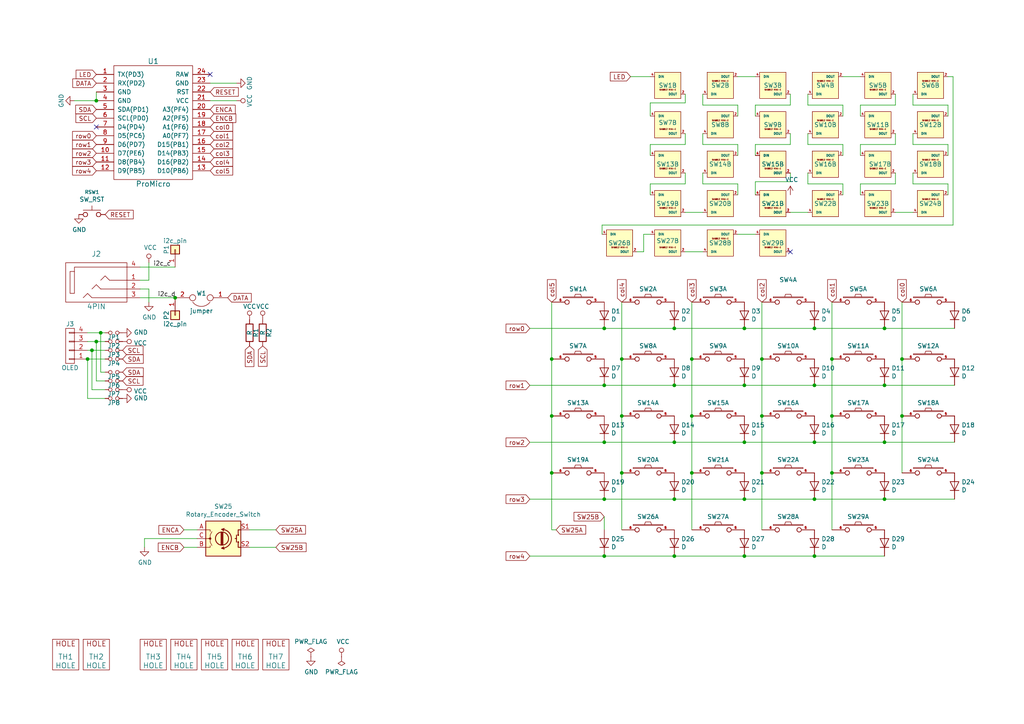
<source format=kicad_sch>
(kicad_sch (version 20211123) (generator eeschema)
  (paper "A4")
  (junction (at 175.26 128.27))
  (junction (at 215.9 111.76))
  (junction (at 160.02 137.16))
  (junction (at 175.26 111.76))
  (junction (at 215.9 161.29))
  (junction (at 26.67 101.6))
  (junction (at 220.98 120.65))
  (junction (at 220.98 104.14))
  (junction (at 180.34 104.14))
  (junction (at 29.21 96.52))
  (junction (at 195.58 95.25))
  (junction (at 180.34 137.16))
  (junction (at 236.22 128.27))
  (junction (at 195.58 144.78))
  (junction (at 241.3 137.16))
  (junction (at 236.22 161.29))
  (junction (at 27.94 29.21))
  (junction (at 25.4 104.14))
  (junction (at 200.66 137.16))
  (junction (at 215.9 128.27))
  (junction (at 236.22 111.76))
  (junction (at 200.66 120.65))
  (junction (at 215.9 95.25))
  (junction (at 256.54 128.27))
  (junction (at 241.3 104.14))
  (junction (at 175.26 95.25))
  (junction (at 160.02 120.65))
  (junction (at 241.3 120.65))
  (junction (at 236.22 95.25))
  (junction (at 180.34 120.65))
  (junction (at 236.22 144.78))
  (junction (at 200.66 104.14))
  (junction (at 261.62 120.65))
  (junction (at 256.54 111.76))
  (junction (at 195.58 128.27))
  (junction (at 27.94 99.06))
  (junction (at 175.26 144.78))
  (junction (at 195.58 161.29))
  (junction (at 256.54 144.78))
  (junction (at 160.02 104.14))
  (junction (at 50.8 86.36))
  (junction (at 175.26 161.29))
  (junction (at 256.54 95.25))
  (junction (at 220.98 137.16))
  (junction (at 261.62 104.14))
  (junction (at 215.9 144.78))
  (junction (at 195.58 111.76))
  (no_connect (at 229.235 73.0504))
  (no_connect (at 27.94 36.83))
  (no_connect (at 60.96 21.59))
  (wire (pts (xy 53.34 153.67) (xy 57.15 153.67)))
  (wire (pts (xy 249.555 53.34) (xy 249.555 56.515)))
  (wire (pts (xy 261.62 104.14) (xy 261.62 87.63)))
  (wire (pts (xy 274.955 22.225) (xy 276.4282 22.225)))
  (wire (pts (xy 60.96 24.13) (xy 68.58 24.13)))
  (wire (pts (xy 200.66 87.63) (xy 200.66 104.14)))
  (wire (pts (xy 186.69 73.025) (xy 186.69 67.945)))
  (wire (pts (xy 195.58 95.25) (xy 215.9 95.25)))
  (wire (pts (xy 188.595 29.845) (xy 188.595 33.655)))
  (wire (pts (xy 244.475 53.34) (xy 234.315 53.34)))
  (wire (pts (xy 29.21 107.95) (xy 30.48 107.95)))
  (wire (pts (xy 180.34 120.65) (xy 180.34 137.16)))
  (wire (pts (xy 244.475 30.48) (xy 234.315 30.48)))
  (wire (pts (xy 160.02 120.65) (xy 160.02 137.16)))
  (wire (pts (xy 188.595 41.91) (xy 188.595 45.085)))
  (wire (pts (xy 215.9 144.78) (xy 236.22 144.78)))
  (wire (pts (xy 72.39 153.67) (xy 80.01 153.67)))
  (wire (pts (xy 229.235 52.705) (xy 219.075 52.705)))
  (wire (pts (xy 234.315 53.34) (xy 234.315 50.165)))
  (wire (pts (xy 198.755 73.025) (xy 203.835 73.025)))
  (wire (pts (xy 276.4282 65.278) (xy 174.625 65.278)))
  (wire (pts (xy 180.34 87.63) (xy 180.34 104.14)))
  (wire (pts (xy 259.715 38.735) (xy 259.715 41.91)))
  (wire (pts (xy 43.18 83.82) (xy 43.18 87.63)))
  (wire (pts (xy 27.94 26.67) (xy 27.94 29.21)))
  (wire (pts (xy 215.9 128.27) (xy 236.22 128.27)))
  (wire (pts (xy 234.315 30.48) (xy 234.315 27.305)))
  (wire (pts (xy 220.98 104.14) (xy 220.98 120.65)))
  (wire (pts (xy 264.795 30.48) (xy 264.795 27.305)))
  (wire (pts (xy 259.715 53.34) (xy 249.555 53.34)))
  (wire (pts (xy 229.235 41.91) (xy 219.075 41.91)))
  (wire (pts (xy 274.955 56.515) (xy 274.955 53.34)))
  (wire (pts (xy 160.02 87.63) (xy 160.02 104.14)))
  (wire (pts (xy 236.22 111.76) (xy 256.54 111.76)))
  (wire (pts (xy 27.94 99.06) (xy 30.48 99.06)))
  (wire (pts (xy 259.715 41.91) (xy 249.555 41.91)))
  (wire (pts (xy 219.075 41.91) (xy 219.075 45.085)))
  (wire (pts (xy 195.58 95.25) (xy 175.26 95.25)))
  (wire (pts (xy 57.15 156.21) (xy 41.91 156.21)))
  (wire (pts (xy 241.3 137.16) (xy 241.3 153.67)))
  (wire (pts (xy 241.3 104.14) (xy 241.3 120.65)))
  (wire (pts (xy 203.835 30.48) (xy 203.835 27.305)))
  (wire (pts (xy 180.34 137.16) (xy 180.34 153.67)))
  (wire (pts (xy 26.67 113.03) (xy 30.48 113.03)))
  (wire (pts (xy 195.58 111.76) (xy 175.26 111.76)))
  (wire (pts (xy 236.22 144.78) (xy 256.54 144.78)))
  (wire (pts (xy 182.88 22.225) (xy 188.595 22.225)))
  (wire (pts (xy 26.67 101.6) (xy 30.48 101.6)))
  (wire (pts (xy 236.22 128.27) (xy 256.54 128.27)))
  (wire (pts (xy 40.64 83.82) (xy 43.18 83.82)))
  (wire (pts (xy 229.235 50.165) (xy 229.235 52.705)))
  (wire (pts (xy 195.58 128.27) (xy 175.26 128.27)))
  (wire (pts (xy 180.34 104.14) (xy 180.34 120.65)))
  (wire (pts (xy 198.755 53.34) (xy 188.595 53.34)))
  (wire (pts (xy 153.67 161.29) (xy 175.26 161.29)))
  (wire (pts (xy 25.4 96.52) (xy 29.21 96.52)))
  (wire (pts (xy 203.835 41.91) (xy 203.835 38.735)))
  (wire (pts (xy 259.715 30.48) (xy 249.555 30.48)))
  (wire (pts (xy 53.34 158.75) (xy 57.15 158.75)))
  (wire (pts (xy 234.315 41.91) (xy 234.315 38.735)))
  (wire (pts (xy 256.54 95.25) (xy 236.22 95.25)))
  (wire (pts (xy 264.795 53.34) (xy 264.795 50.165)))
  (wire (pts (xy 219.075 30.48) (xy 219.075 33.655)))
  (wire (pts (xy 274.955 33.655) (xy 274.955 30.48)))
  (wire (pts (xy 25.4 115.57) (xy 30.48 115.57)))
  (wire (pts (xy 25.4 99.06) (xy 27.94 99.06)))
  (wire (pts (xy 213.995 53.34) (xy 203.835 53.34)))
  (wire (pts (xy 29.21 96.52) (xy 30.48 96.52)))
  (wire (pts (xy 195.58 144.78) (xy 175.26 144.78)))
  (wire (pts (xy 175.26 144.78) (xy 153.67 144.78)))
  (wire (pts (xy 229.235 61.595) (xy 234.315 61.595)))
  (wire (pts (xy 43.18 76.2) (xy 43.18 81.28)))
  (wire (pts (xy 213.995 41.91) (xy 203.835 41.91)))
  (wire (pts (xy 175.26 111.76) (xy 153.67 111.76)))
  (wire (pts (xy 72.39 158.75) (xy 80.01 158.75)))
  (wire (pts (xy 195.58 111.76) (xy 215.9 111.76)))
  (wire (pts (xy 175.26 161.29) (xy 195.58 161.29)))
  (wire (pts (xy 276.4282 22.225) (xy 276.4282 65.278)))
  (wire (pts (xy 220.98 137.16) (xy 220.98 153.67)))
  (wire (pts (xy 213.995 56.515) (xy 213.995 53.34)))
  (wire (pts (xy 213.995 67.945) (xy 219.075 67.945)))
  (wire (pts (xy 244.475 56.515) (xy 244.475 53.34)))
  (wire (pts (xy 26.67 101.6) (xy 26.67 113.03)))
  (wire (pts (xy 236.22 161.29) (xy 256.54 161.29)))
  (wire (pts (xy 229.235 27.305) (xy 229.235 30.48)))
  (wire (pts (xy 186.69 67.945) (xy 188.595 67.945)))
  (wire (pts (xy 27.94 110.49) (xy 30.48 110.49)))
  (wire (pts (xy 160.02 153.67) (xy 161.29 153.67)))
  (wire (pts (xy 241.3 87.63) (xy 241.3 104.14)))
  (wire (pts (xy 175.26 128.27) (xy 153.67 128.27)))
  (wire (pts (xy 25.4 104.14) (xy 25.4 115.57)))
  (wire (pts (xy 256.54 111.76) (xy 276.86 111.76)))
  (wire (pts (xy 174.625 65.278) (xy 174.625 67.945)))
  (wire (pts (xy 274.955 30.48) (xy 264.795 30.48)))
  (wire (pts (xy 219.075 52.705) (xy 219.075 56.515)))
  (wire (pts (xy 198.755 29.845) (xy 188.595 29.845)))
  (wire (pts (xy 198.755 50.165) (xy 198.755 53.34)))
  (wire (pts (xy 259.715 50.165) (xy 259.715 53.34)))
  (wire (pts (xy 60.96 29.21) (xy 68.58 29.21)))
  (wire (pts (xy 40.64 86.36) (xy 50.8 86.36)))
  (wire (pts (xy 188.595 53.34) (xy 188.595 56.515)))
  (wire (pts (xy 249.555 30.48) (xy 249.555 33.655)))
  (wire (pts (xy 241.3 137.16) (xy 241.3 120.65)))
  (wire (pts (xy 198.755 27.305) (xy 198.755 29.845)))
  (wire (pts (xy 198.755 61.595) (xy 203.835 61.595)))
  (wire (pts (xy 213.995 33.655) (xy 213.995 30.48)))
  (wire (pts (xy 220.98 87.63) (xy 220.98 104.14)))
  (wire (pts (xy 264.795 41.91) (xy 264.795 38.735)))
  (wire (pts (xy 274.955 41.91) (xy 264.795 41.91)))
  (wire (pts (xy 215.9 95.25) (xy 236.22 95.25)))
  (wire (pts (xy 200.66 104.14) (xy 200.66 120.65)))
  (wire (pts (xy 249.555 41.91) (xy 249.555 45.085)))
  (wire (pts (xy 160.02 137.16) (xy 160.02 153.67)))
  (wire (pts (xy 229.235 38.735) (xy 229.235 41.91)))
  (wire (pts (xy 184.785 73.025) (xy 186.69 73.025)))
  (wire (pts (xy 215.9 161.29) (xy 236.22 161.29)))
  (wire (pts (xy 195.58 144.78) (xy 215.9 144.78)))
  (wire (pts (xy 259.715 61.595) (xy 264.795 61.595)))
  (wire (pts (xy 175.26 149.86) (xy 175.26 153.67)))
  (wire (pts (xy 203.835 53.34) (xy 203.835 50.165)))
  (wire (pts (xy 200.66 137.16) (xy 200.66 153.67)))
  (wire (pts (xy 229.235 30.48) (xy 219.075 30.48)))
  (wire (pts (xy 175.26 95.25) (xy 153.67 95.25)))
  (wire (pts (xy 215.9 111.76) (xy 236.22 111.76)))
  (wire (pts (xy 27.94 29.21) (xy 21.59 29.21)))
  (wire (pts (xy 256.54 95.25) (xy 276.86 95.25)))
  (wire (pts (xy 29.21 96.52) (xy 29.21 107.95)))
  (wire (pts (xy 25.4 101.6) (xy 26.67 101.6)))
  (wire (pts (xy 256.54 128.27) (xy 276.86 128.27)))
  (wire (pts (xy 220.98 120.65) (xy 220.98 137.16)))
  (wire (pts (xy 160.02 104.14) (xy 160.02 120.65)))
  (wire (pts (xy 244.475 22.225) (xy 249.555 22.225)))
  (wire (pts (xy 40.64 77.47) (xy 50.8 77.47)))
  (wire (pts (xy 213.995 22.225) (xy 219.075 22.225)))
  (wire (pts (xy 195.58 128.27) (xy 215.9 128.27)))
  (wire (pts (xy 198.755 38.735) (xy 198.755 41.91)))
  (wire (pts (xy 256.54 144.78) (xy 276.86 144.78)))
  (wire (pts (xy 198.755 41.91) (xy 188.595 41.91)))
  (wire (pts (xy 244.475 33.655) (xy 244.475 30.48)))
  (wire (pts (xy 259.715 27.305) (xy 259.715 30.48)))
  (wire (pts (xy 41.91 156.21) (xy 41.91 158.75)))
  (wire (pts (xy 261.62 120.65) (xy 261.62 104.14)))
  (wire (pts (xy 213.995 45.085) (xy 213.995 41.91)))
  (wire (pts (xy 274.955 45.085) (xy 274.955 41.91)))
  (wire (pts (xy 213.995 30.48) (xy 203.835 30.48)))
  (wire (pts (xy 244.475 45.085) (xy 244.475 41.91)))
  (wire (pts (xy 43.18 81.28) (xy 40.64 81.28)))
  (wire (pts (xy 200.66 120.65) (xy 200.66 137.16)))
  (wire (pts (xy 274.955 53.34) (xy 264.795 53.34)))
  (wire (pts (xy 261.62 120.65) (xy 261.62 137.16)))
  (wire (pts (xy 30.48 104.14) (xy 25.4 104.14)))
  (wire (pts (xy 195.58 161.29) (xy 215.9 161.29)))
  (wire (pts (xy 27.94 99.06) (xy 27.94 110.49)))
  (wire (pts (xy 244.475 41.91) (xy 234.315 41.91)))
  (label "i2c_d" (at 45.72 86.36 0))
  (label "i2c_c" (at 44.45 77.47 0))
  (global_label "col5" (shape input) (at 60.96 49.53 0) (property "Intersheet References" "${INTERSHEET_REFS}" (effects hide)))
  (global_label "col3" (shape input) (at 60.96 44.45 0) (property "Intersheet References" "${INTERSHEET_REFS}" (effects hide)))
  (global_label "row1" (shape input) (at 153.67 111.76 180) (property "Intersheet References" "${INTERSHEET_REFS}" (effects hide)))
  (global_label "row3" (shape input) (at 27.94 46.99 180) (property "Intersheet References" "${INTERSHEET_REFS}" (effects hide)))
  (global_label "DATA" (shape input) (at 27.94 24.13 180) (property "Intersheet References" "${INTERSHEET_REFS}" (effects hide)))
  (global_label "SW25A" (shape input) (at 80.01 153.67 0) (property "Intersheet References" "${INTERSHEET_REFS}" (effects hide)))
  (global_label "SDA" (shape input) (at 35.56 104.14 0) (property "Intersheet References" "${INTERSHEET_REFS}" (effects hide)))
  (global_label "RESET" (shape input) (at 30.48 62.23 0) (property "Intersheet References" "${INTERSHEET_REFS}" (effects hide)))
  (global_label "col2" (shape input) (at 220.98 87.63 90) (property "Intersheet References" "${INTERSHEET_REFS}" (effects hide)))
  (global_label "ENCB" (shape input) (at 53.34 158.75 180) (property "Intersheet References" "${INTERSHEET_REFS}" (effects hide)))
  (global_label "row3" (shape input) (at 153.67 144.78 180) (property "Intersheet References" "${INTERSHEET_REFS}" (effects hide)))
  (global_label "col4" (shape input) (at 60.96 46.99 0) (property "Intersheet References" "${INTERSHEET_REFS}" (effects hide)))
  (global_label "col3" (shape input) (at 200.66 87.63 90) (property "Intersheet References" "${INTERSHEET_REFS}" (effects hide)))
  (global_label "SW25A" (shape input) (at 161.29 153.67 0) (property "Intersheet References" "${INTERSHEET_REFS}" (effects hide)))
  (global_label "RESET" (shape input) (at 60.96 26.67 0) (property "Intersheet References" "${INTERSHEET_REFS}" (effects hide)))
  (global_label "row0" (shape input) (at 27.94 39.37 180) (property "Intersheet References" "${INTERSHEET_REFS}" (effects hide)))
  (global_label "LED" (shape input) (at 182.88 22.225 180) (property "Intersheet References" "${INTERSHEET_REFS}" (effects hide)))
  (global_label "row4" (shape input) (at 153.67 161.29 180) (property "Intersheet References" "${INTERSHEET_REFS}" (effects hide)))
  (global_label "col4" (shape input) (at 180.34 87.63 90) (property "Intersheet References" "${INTERSHEET_REFS}" (effects hide)))
  (global_label "LED" (shape input) (at 27.94 21.59 180) (property "Intersheet References" "${INTERSHEET_REFS}" (effects hide)))
  (global_label "ENCB" (shape input) (at 60.96 34.29 0) (property "Intersheet References" "${INTERSHEET_REFS}" (effects hide)))
  (global_label "SW25B" (shape input) (at 80.01 158.75 0) (property "Intersheet References" "${INTERSHEET_REFS}" (effects hide)))
  (global_label "col0" (shape input) (at 60.96 36.83 0) (property "Intersheet References" "${INTERSHEET_REFS}" (effects hide)))
  (global_label "DATA" (shape input) (at 66.04 86.36 0) (property "Intersheet References" "${INTERSHEET_REFS}" (effects hide)))
  (global_label "row4" (shape input) (at 27.94 49.53 180) (property "Intersheet References" "${INTERSHEET_REFS}" (effects hide)))
  (global_label "SCL" (shape input) (at 76.2 100.33 270) (property "Intersheet References" "${INTERSHEET_REFS}" (effects hide)))
  (global_label "SCL" (shape input) (at 35.56 101.6 0) (property "Intersheet References" "${INTERSHEET_REFS}" (effects hide)))
  (global_label "SDA" (shape input) (at 35.56 107.95 0) (property "Intersheet References" "${INTERSHEET_REFS}" (effects hide)))
  (global_label "row1" (shape input) (at 27.94 41.91 180) (property "Intersheet References" "${INTERSHEET_REFS}" (effects hide)))
  (global_label "SDA" (shape input) (at 72.39 100.33 270) (property "Intersheet References" "${INTERSHEET_REFS}" (effects hide)))
  (global_label "SDA" (shape input) (at 27.94 31.75 180) (property "Intersheet References" "${INTERSHEET_REFS}" (effects hide)))
  (global_label "col1" (shape input) (at 241.3 87.63 90) (property "Intersheet References" "${INTERSHEET_REFS}" (effects hide)))
  (global_label "col2" (shape input) (at 60.96 41.91 0) (property "Intersheet References" "${INTERSHEET_REFS}" (effects hide)))
  (global_label "SW25B" (shape input) (at 175.26 149.86 180) (property "Intersheet References" "${INTERSHEET_REFS}" (effects hide)))
  (global_label "col0" (shape input) (at 261.62 87.63 90) (property "Intersheet References" "${INTERSHEET_REFS}" (effects hide)))
  (global_label "col5" (shape input) (at 160.02 87.63 90) (property "Intersheet References" "${INTERSHEET_REFS}" (effects hide)))
  (global_label "col1" (shape input) (at 60.96 39.37 0) (property "Intersheet References" "${INTERSHEET_REFS}" (effects hide)))
  (global_label "row2" (shape input) (at 27.94 44.45 180) (property "Intersheet References" "${INTERSHEET_REFS}" (effects hide)))
  (global_label "row2" (shape input) (at 153.67 128.27 180) (property "Intersheet References" "${INTERSHEET_REFS}" (effects hide)))
  (global_label "SCL" (shape input) (at 27.94 34.29 180) (property "Intersheet References" "${INTERSHEET_REFS}" (effects hide)))
  (global_label "SCL" (shape input) (at 35.56 110.49 0) (property "Intersheet References" "${INTERSHEET_REFS}" (effects hide)))
  (global_label "row0" (shape input) (at 153.67 95.25 180) (property "Intersheet References" "${INTERSHEET_REFS}" (effects hide)))
  (global_label "ENCA" (shape input) (at 53.34 153.67 180) (property "Intersheet References" "${INTERSHEET_REFS}" (effects hide)))
  (global_label "ENCA" (shape input) (at 60.96 31.75 0) (property "Intersheet References" "${INTERSHEET_REFS}" (effects hide)))
  (symbol (lib_id "SofleKeyboard-rescue:ProMicro_2-Lily58-cache-Lily58_Pro-rescue") (at 44.45 35.56 0) (unit 1)
    (property "Reference" "U1" (at 44.45 17.78 0) (effects (font (size 1.524 1.524))))
    (property "Value" "ProMicro" (at 44.45 53.34 0) (effects (font (size 1.524 1.524))))
    (property "Footprint" "SofleKeyboard-footprint:ProMicro" (effects hide))
  )
  (symbol (lib_id "SofleKeyboard:SW_PUSH_LED") (at 187.96 153.67 0) (unit 1)
    (property "Reference" "SW26" (at 187.96 149.86 0))
    (property "Value" "SW_PUSH_LED" (effects hide))
    (property "Footprint" "SofleChoc:Choc_Hotswap_SK6812MiniE" (effects hide))
  )
  (symbol (lib_id "SofleKeyboard:SW_PUSH_LED") (at 167.64 87.63 0) (unit 1)
    (property "Reference" "SW1" (at 167.64 83.82 0))
    (property "Value" "SW_PUSH_LED" (effects hide))
    (property "Footprint" "SofleChoc:Choc_Hotswap_SK6812MiniE" (effects hide))
  )
  (symbol (lib_id "SofleKeyboard-rescue:D-Lily58-cache-Lily58_Pro-rescue") (at 175.26 91.44 90) (unit 1)
    (property "Reference" "D1" (at 177.2666 90.2716 90) (effects (justify right)))
    (property "Value" "D" (at 177.2666 92.583 90) (effects (justify right)))
    (property "Footprint" "Diode_SMD:crkbd-diode" (effects hide))
  )
  (symbol (lib_id "SofleKeyboard:SW_PUSH_LED") (at 187.96 87.63 0) (unit 1)
    (property "Reference" "SW2" (at 187.96 83.82 0))
    (property "Value" "SW_PUSH_LED" (effects hide))
    (property "Footprint" "SofleChoc:Choc_Hotswap_SK6812MiniE" (effects hide))
  )
  (symbol (lib_id "SofleKeyboard-rescue:D-Lily58-cache-Lily58_Pro-rescue") (at 195.58 91.44 90) (unit 1)
    (property "Reference" "D2" (at 197.5866 90.2716 90) (effects (justify right)))
    (property "Value" "D" (at 197.5866 92.583 90) (effects (justify right)))
    (property "Footprint" "Diode_SMD:crkbd-diode" (effects hide))
  )
  (symbol (lib_id "SofleKeyboard:SW_PUSH_LED") (at 208.28 87.63 0) (unit 1)
    (property "Reference" "SW3" (at 208.28 83.82 0))
    (property "Value" "SW_PUSH_LED" (effects hide))
    (property "Footprint" "SofleChoc:Choc_Hotswap_SK6812MiniE" (effects hide))
  )
  (symbol (lib_id "SofleKeyboard-rescue:D-Lily58-cache-Lily58_Pro-rescue") (at 215.9 91.44 90) (unit 1)
    (property "Reference" "D3" (at 217.9066 90.2716 90) (effects (justify right)))
    (property "Value" "D" (at 217.9066 92.583 90) (effects (justify right)))
    (property "Footprint" "Diode_SMD:crkbd-diode" (effects hide))
  )
  (symbol (lib_id "SofleKeyboard:SW_PUSH_LED") (at 228.6 87.63 0) (unit 1)
    (property "Reference" "SW4" (at 228.6 81.153 0))
    (property "Value" "SW_PUSH_LED" (effects hide))
    (property "Footprint" "SofleChoc:Choc_Hotswap_SK6812MiniE" (effects hide))
  )
  (symbol (lib_id "SofleKeyboard-rescue:D-Lily58-cache-Lily58_Pro-rescue") (at 236.22 91.44 90) (unit 1)
    (property "Reference" "D4" (at 238.2266 90.2716 90) (effects (justify right)))
    (property "Value" "D" (at 238.2266 92.583 90) (effects (justify right)))
    (property "Footprint" "Diode_SMD:crkbd-diode" (effects hide))
  )
  (symbol (lib_id "SofleKeyboard:SW_PUSH_LED") (at 248.92 87.63 0) (unit 1)
    (property "Reference" "SW5" (at 248.92 83.82 0))
    (property "Value" "SW_PUSH_LED" (effects hide))
    (property "Footprint" "SofleChoc:Choc_Hotswap_SK6812MiniE" (effects hide))
  )
  (symbol (lib_id "SofleKeyboard-rescue:D-Lily58-cache-Lily58_Pro-rescue") (at 256.54 91.44 90) (unit 1)
    (property "Reference" "D5" (at 258.5466 90.2716 90) (effects (justify right)))
    (property "Value" "D" (at 258.5466 92.583 90) (effects (justify right)))
    (property "Footprint" "Diode_SMD:crkbd-diode" (effects hide))
  )
  (symbol (lib_id "SofleKeyboard:SW_PUSH_LED") (at 269.24 87.63 0) (unit 1)
    (property "Reference" "SW6" (at 269.24 83.82 0))
    (property "Value" "SW_PUSH_LED" (effects hide))
    (property "Footprint" "SofleChoc:Choc_Hotswap_SK6812MiniE" (effects hide))
  )
  (symbol (lib_id "SofleKeyboard-rescue:D-Lily58-cache-Lily58_Pro-rescue") (at 276.86 91.44 90) (unit 1)
    (property "Reference" "D6" (at 278.8666 90.2716 90) (effects (justify right)))
    (property "Value" "D" (at 278.8666 92.583 90) (effects (justify right)))
    (property "Footprint" "Diode_SMD:crkbd-diode" (effects hide))
  )
  (symbol (lib_id "SofleKeyboard:SW_PUSH_LED") (at 187.96 104.14 0) (unit 1)
    (property "Reference" "SW8" (at 187.96 100.33 0))
    (property "Value" "SW_PUSH_LED" (effects hide))
    (property "Footprint" "SofleChoc:Choc_Hotswap_SK6812MiniE" (effects hide))
  )
  (symbol (lib_id "SofleKeyboard:SW_PUSH_LED") (at 208.28 104.14 0) (unit 1)
    (property "Reference" "SW9" (at 208.28 100.33 0))
    (property "Value" "SW_PUSH_LED" (effects hide))
    (property "Footprint" "SofleChoc:Choc_Hotswap_SK6812MiniE" (effects hide))
  )
  (symbol (lib_id "SofleKeyboard:SW_PUSH_LED") (at 228.6 104.14 0) (unit 1)
    (property "Reference" "SW10" (at 228.6 100.33 0))
    (property "Value" "SW_PUSH_LED" (effects hide))
    (property "Footprint" "SofleChoc:Choc_Hotswap_SK6812MiniE" (effects hide))
  )
  (symbol (lib_id "SofleKeyboard:SW_PUSH_LED") (at 248.92 104.14 0) (unit 1)
    (property "Reference" "SW11" (at 248.92 100.33 0))
    (property "Value" "SW_PUSH_LED" (effects hide))
    (property "Footprint" "SofleChoc:Choc_Hotswap_SK6812MiniE" (effects hide))
  )
  (symbol (lib_id "SofleKeyboard:SW_PUSH_LED") (at 269.24 104.14 0) (unit 1)
    (property "Reference" "SW12" (at 269.24 100.33 0))
    (property "Value" "SW_PUSH_LED" (effects hide))
    (property "Footprint" "SofleChoc:Choc_Hotswap_SK6812MiniE" (effects hide))
  )
  (symbol (lib_id "SofleKeyboard:SW_PUSH_LED") (at 167.64 104.14 0) (unit 1)
    (property "Reference" "SW7" (at 167.64 100.33 0))
    (property "Value" "SW_PUSH_LED" (effects hide))
    (property "Footprint" "SofleChoc:Choc_Hotswap_SK6812MiniE" (effects hide))
  )
  (symbol (lib_id "SofleKeyboard-rescue:D-Lily58-cache-Lily58_Pro-rescue") (at 175.26 107.95 90) (unit 1)
    (property "Reference" "D7" (at 177.2666 106.7816 90) (effects (justify right)))
    (property "Value" "D" (at 177.2666 109.093 90) (effects (justify right)))
    (property "Footprint" "Diode_SMD:crkbd-diode" (effects hide))
  )
  (symbol (lib_id "SofleKeyboard-rescue:D-Lily58-cache-Lily58_Pro-rescue") (at 195.58 107.95 90) (unit 1)
    (property "Reference" "D8" (at 197.5866 106.7816 90) (effects (justify right)))
    (property "Value" "D" (at 197.5866 109.093 90) (effects (justify right)))
    (property "Footprint" "Diode_SMD:crkbd-diode" (effects hide))
  )
  (symbol (lib_id "SofleKeyboard-rescue:D-Lily58-cache-Lily58_Pro-rescue") (at 215.9 107.95 90) (unit 1)
    (property "Reference" "D9" (at 217.9066 106.7816 90) (effects (justify right)))
    (property "Value" "D" (at 217.9066 109.093 90) (effects (justify right)))
    (property "Footprint" "Diode_SMD:crkbd-diode" (effects hide))
  )
  (symbol (lib_id "SofleKeyboard-rescue:D-Lily58-cache-Lily58_Pro-rescue") (at 236.22 107.95 90) (unit 1)
    (property "Reference" "D10" (at 238.2266 106.7816 90) (effects (justify right)))
    (property "Value" "D" (at 238.2266 109.093 90) (effects (justify right)))
    (property "Footprint" "Diode_SMD:crkbd-diode" (effects hide))
  )
  (symbol (lib_id "SofleKeyboard-rescue:D-Lily58-cache-Lily58_Pro-rescue") (at 256.54 107.95 90) (unit 1)
    (property "Reference" "D11" (at 258.5466 106.7816 90) (effects (justify right)))
    (property "Value" "D" (at 258.5466 109.093 90) (effects (justify right)))
    (property "Footprint" "Diode_SMD:crkbd-diode" (effects hide))
  )
  (symbol (lib_id "SofleKeyboard-rescue:D-Lily58-cache-Lily58_Pro-rescue") (at 276.86 107.95 90) (unit 1)
    (property "Reference" "D12" (at 278.8666 106.7816 90) (effects (justify right)))
    (property "Value" "D" (at 278.8666 109.093 90) (effects (justify right)))
    (property "Footprint" "Diode_SMD:crkbd-diode" (effects hide))
  )
  (symbol (lib_id "SofleKeyboard:SW_PUSH_LED") (at 167.64 120.65 0) (unit 1)
    (property "Reference" "SW13" (at 167.64 116.84 0))
    (property "Value" "SW_PUSH_LED" (effects hide))
    (property "Footprint" "SofleChoc:Choc_Hotswap_SK6812MiniE" (effects hide))
  )
  (symbol (lib_id "SofleKeyboard:SW_PUSH_LED") (at 187.96 120.65 0) (unit 1)
    (property "Reference" "SW14" (at 187.96 116.84 0))
    (property "Value" "SW_PUSH_LED" (effects hide))
    (property "Footprint" "SofleChoc:Choc_Hotswap_SK6812MiniE" (effects hide))
  )
  (symbol (lib_id "SofleKeyboard:SW_PUSH_LED") (at 208.28 120.65 0) (unit 1)
    (property "Reference" "SW15" (at 208.28 116.84 0))
    (property "Value" "SW_PUSH_LED" (effects hide))
    (property "Footprint" "SofleChoc:Choc_Hotswap_SK6812MiniE" (effects hide))
  )
  (symbol (lib_id "SofleKeyboard:SW_PUSH_LED") (at 228.6 120.65 0) (unit 1)
    (property "Reference" "SW16" (at 228.6 116.84 0))
    (property "Value" "SW_PUSH_LED" (effects hide))
    (property "Footprint" "SofleChoc:Choc_Hotswap_SK6812MiniE" (effects hide))
  )
  (symbol (lib_id "SofleKeyboard:SW_PUSH_LED") (at 248.92 120.65 0) (unit 1)
    (property "Reference" "SW17" (at 248.92 116.84 0))
    (property "Value" "SW_PUSH_LED" (effects hide))
    (property "Footprint" "SofleChoc:Choc_Hotswap_SK6812MiniE" (effects hide))
  )
  (symbol (lib_id "SofleKeyboard:SW_PUSH_LED") (at 269.24 120.65 0) (unit 1)
    (property "Reference" "SW18" (at 269.24 116.84 0))
    (property "Value" "SW_PUSH_LED" (effects hide))
    (property "Footprint" "SofleChoc:Choc_Hotswap_SK6812MiniE" (effects hide))
  )
  (symbol (lib_id "SofleKeyboard-rescue:D-Lily58-cache-Lily58_Pro-rescue") (at 175.26 124.46 90) (unit 1)
    (property "Reference" "D13" (at 177.2666 123.2916 90) (effects (justify right)))
    (property "Value" "D" (at 177.2666 125.603 90) (effects (justify right)))
    (property "Footprint" "Diode_SMD:crkbd-diode" (effects hide))
  )
  (symbol (lib_id "SofleKeyboard-rescue:D-Lily58-cache-Lily58_Pro-rescue") (at 195.58 124.46 90) (unit 1)
    (property "Reference" "D14" (at 197.5866 123.2916 90) (effects (justify right)))
    (property "Value" "D" (at 197.5866 125.603 90) (effects (justify right)))
    (property "Footprint" "Diode_SMD:crkbd-diode" (effects hide))
  )
  (symbol (lib_id "SofleKeyboard-rescue:D-Lily58-cache-Lily58_Pro-rescue") (at 215.9 124.46 90) (unit 1)
    (property "Reference" "D15" (at 217.9066 123.2916 90) (effects (justify right)))
    (property "Value" "D" (at 217.9066 125.603 90) (effects (justify right)))
    (property "Footprint" "Diode_SMD:crkbd-diode" (effects hide))
  )
  (symbol (lib_id "SofleKeyboard-rescue:D-Lily58-cache-Lily58_Pro-rescue") (at 236.22 124.46 90) (unit 1)
    (property "Reference" "D16" (at 238.2266 123.2916 90) (effects (justify right)))
    (property "Value" "D" (at 238.2266 125.603 90) (effects (justify right)))
    (property "Footprint" "Diode_SMD:crkbd-diode" (effects hide))
  )
  (symbol (lib_id "SofleKeyboard-rescue:D-Lily58-cache-Lily58_Pro-rescue") (at 256.54 124.46 90) (unit 1)
    (property "Reference" "D17" (at 258.5466 123.2916 90) (effects (justify right)))
    (property "Value" "D" (at 258.5466 125.603 90) (effects (justify right)))
    (property "Footprint" "Diode_SMD:crkbd-diode" (effects hide))
  )
  (symbol (lib_id "SofleKeyboard-rescue:D-Lily58-cache-Lily58_Pro-rescue") (at 276.86 124.46 90) (unit 1)
    (property "Reference" "D18" (at 278.8666 123.2916 90) (effects (justify right)))
    (property "Value" "D" (at 278.8666 125.603 90) (effects (justify right)))
    (property "Footprint" "Diode_SMD:crkbd-diode" (effects hide))
  )
  (symbol (lib_id "SofleKeyboard:SW_PUSH_LED") (at 208.28 137.16 0) (unit 1)
    (property "Reference" "SW21" (at 208.28 133.35 0))
    (property "Value" "SW_PUSH_LED" (effects hide))
    (property "Footprint" "SofleChoc:Choc_Hotswap_SK6812MiniE" (effects hide))
  )
  (symbol (lib_id "SofleKeyboard:SW_PUSH_LED") (at 228.6 137.16 0) (unit 1)
    (property "Reference" "SW22" (at 228.6 133.35 0))
    (property "Value" "SW_PUSH_LED" (effects hide))
    (property "Footprint" "SofleChoc:Choc_Hotswap_SK6812MiniE" (effects hide))
  )
  (symbol (lib_id "SofleKeyboard:SW_PUSH_LED") (at 248.92 137.16 0) (unit 1)
    (property "Reference" "SW23" (at 248.92 133.35 0))
    (property "Value" "SW_PUSH_LED" (effects hide))
    (property "Footprint" "SofleChoc:Choc_Hotswap_SK6812MiniE" (effects hide))
  )
  (symbol (lib_id "SofleKeyboard:SW_PUSH_LED") (at 269.24 137.16 0) (unit 1)
    (property "Reference" "SW24" (at 269.24 133.35 0))
    (property "Value" "SW_PUSH_LED" (effects hide))
    (property "Footprint" "SofleChoc:Choc_Hotswap_SK6812MiniE" (effects hide))
  )
  (symbol (lib_id "SofleKeyboard:SW_PUSH_LED") (at 187.96 137.16 0) (unit 1)
    (property "Reference" "SW20" (at 187.96 133.35 0))
    (property "Value" "SW_PUSH_LED" (effects hide))
    (property "Footprint" "SofleChoc:Choc_Hotswap_SK6812MiniE" (effects hide))
  )
  (symbol (lib_id "SofleKeyboard:SW_PUSH_LED") (at 167.64 137.16 0) (unit 1)
    (property "Reference" "SW19" (at 167.64 133.35 0))
    (property "Value" "SW_PUSH_LED" (effects hide))
    (property "Footprint" "SofleChoc:Choc_Hotswap_SK6812MiniE" (effects hide))
  )
  (symbol (lib_id "SofleKeyboard-rescue:D-Lily58-cache-Lily58_Pro-rescue") (at 175.26 140.97 90) (unit 1)
    (property "Reference" "D19" (at 177.2666 139.8016 90) (effects (justify right)))
    (property "Value" "D" (at 177.2666 142.113 90) (effects (justify right)))
    (property "Footprint" "Diode_SMD:crkbd-diode" (effects hide))
  )
  (symbol (lib_id "SofleKeyboard-rescue:D-Lily58-cache-Lily58_Pro-rescue") (at 195.58 140.97 90) (unit 1)
    (property "Reference" "D20" (at 197.5866 139.8016 90) (effects (justify right)))
    (property "Value" "D" (at 197.5866 142.113 90) (effects (justify right)))
    (property "Footprint" "Diode_SMD:crkbd-diode" (effects hide))
  )
  (symbol (lib_id "SofleKeyboard-rescue:D-Lily58-cache-Lily58_Pro-rescue") (at 215.9 140.97 90) (unit 1)
    (property "Reference" "D21" (at 217.9066 139.8016 90) (effects (justify right)))
    (property "Value" "D" (at 217.9066 142.113 90) (effects (justify right)))
    (property "Footprint" "Diode_SMD:crkbd-diode" (effects hide))
  )
  (symbol (lib_id "SofleKeyboard-rescue:D-Lily58-cache-Lily58_Pro-rescue") (at 236.22 140.97 90) (unit 1)
    (property "Reference" "D22" (at 238.2266 139.8016 90) (effects (justify right)))
    (property "Value" "D" (at 238.2266 142.113 90) (effects (justify right)))
    (property "Footprint" "Diode_SMD:crkbd-diode" (effects hide))
  )
  (symbol (lib_id "SofleKeyboard-rescue:D-Lily58-cache-Lily58_Pro-rescue") (at 256.54 140.97 90) (unit 1)
    (property "Reference" "D23" (at 258.5466 139.8016 90) (effects (justify right)))
    (property "Value" "D" (at 258.5466 142.113 90) (effects (justify right)))
    (property "Footprint" "Diode_SMD:crkbd-diode" (effects hide))
  )
  (symbol (lib_id "SofleKeyboard-rescue:D-Lily58-cache-Lily58_Pro-rescue") (at 276.86 140.97 90) (unit 1)
    (property "Reference" "D24" (at 278.8666 139.8016 90) (effects (justify right)))
    (property "Value" "D" (at 278.8666 142.113 90) (effects (justify right)))
    (property "Footprint" "Diode_SMD:crkbd-diode" (effects hide))
  )
  (symbol (lib_id "SofleKeyboard:SW_PUSH_LED") (at 208.28 153.67 0) (unit 1)
    (property "Reference" "SW27" (at 208.28 149.86 0))
    (property "Value" "SW_PUSH_LED" (effects hide))
    (property "Footprint" "SofleChoc:Choc_Hotswap_SK6812MiniE" (effects hide))
  )
  (symbol (lib_id "SofleKeyboard:SW_PUSH_LED") (at 228.6 153.67 0) (unit 1)
    (property "Reference" "SW28" (at 228.6 149.86 0))
    (property "Value" "SW_PUSH_LED" (effects hide))
    (property "Footprint" "SofleChoc:Choc_Hotswap_SK6812MiniE" (effects hide))
  )
  (symbol (lib_id "SofleKeyboard:SW_PUSH_LED") (at 248.92 153.67 0) (unit 1)
    (property "Reference" "SW29" (at 248.92 149.86 0))
    (property "Value" "SW_PUSH_LED" (effects hide))
    (property "Footprint" "SofleChoc:Choc_Hotswap_SK6812MiniE" (effects hide))
  )
  (symbol (lib_id "SofleKeyboard-rescue:D-Lily58-cache-Lily58_Pro-rescue") (at 175.26 157.48 90) (unit 1)
    (property "Reference" "D25" (at 177.2666 156.3116 90) (effects (justify right)))
    (property "Value" "D" (at 177.2666 158.623 90) (effects (justify right)))
    (property "Footprint" "Diode_SMD:crkbd-diode" (effects hide))
  )
  (symbol (lib_id "SofleKeyboard-rescue:D-Lily58-cache-Lily58_Pro-rescue") (at 195.58 157.48 90) (unit 1)
    (property "Reference" "D26" (at 197.5866 156.3116 90) (effects (justify right)))
    (property "Value" "D" (at 197.5866 158.623 90) (effects (justify right)))
    (property "Footprint" "Diode_SMD:crkbd-diode" (effects hide))
  )
  (symbol (lib_id "SofleKeyboard-rescue:D-Lily58-cache-Lily58_Pro-rescue") (at 215.9 157.48 90) (unit 1)
    (property "Reference" "D27" (at 217.9066 156.3116 90) (effects (justify right)))
    (property "Value" "D" (at 217.9066 158.623 90) (effects (justify right)))
    (property "Footprint" "Diode_SMD:crkbd-diode" (effects hide))
  )
  (symbol (lib_id "SofleKeyboard-rescue:D-Lily58-cache-Lily58_Pro-rescue") (at 236.22 157.48 90) (unit 1)
    (property "Reference" "D28" (at 238.2266 156.3116 90) (effects (justify right)))
    (property "Value" "D" (at 238.2266 158.623 90) (effects (justify right)))
    (property "Footprint" "Diode_SMD:crkbd-diode" (effects hide))
  )
  (symbol (lib_id "SofleKeyboard-rescue:D-Lily58-cache-Lily58_Pro-rescue") (at 256.54 157.48 90) (unit 1)
    (property "Reference" "D29" (at 258.5466 156.3116 90) (effects (justify right)))
    (property "Value" "D" (at 258.5466 158.623 90) (effects (justify right)))
    (property "Footprint" "Diode_SMD:crkbd-diode" (effects hide))
  )
  (symbol (lib_id "SofleKeyboard-rescue:VCC-Lily58-cache-Lily58_Pro-rescue") (at 68.58 29.21 270) (unit 1)
    (property "Reference" "#PWR04" (effects hide))
    (property "Value" "VCC" (at 72.39 29.21 0))
  )
  (symbol (lib_id "SofleKeyboard-rescue:VCC-Lily58-cache-Lily58_Pro-rescue") (at 72.39 92.71 0) (unit 1)
    (property "Reference" "#PWR05" (effects hide))
    (property "Value" "VCC" (at 72.39 88.9 0))
  )
  (symbol (lib_id "SofleKeyboard-rescue:VCC-Lily58-cache-Lily58_Pro-rescue") (at 76.2 92.71 0) (unit 1)
    (property "Reference" "#PWR06" (effects hide))
    (property "Value" "VCC" (at 76.2 88.9 0))
  )
  (symbol (lib_id "SofleKeyboard-rescue:R-Lily58-cache-Lily58_Pro-rescue") (at 72.39 96.52 0) (unit 1)
    (property "Reference" "R1" (at 74.93 96.52 90) (effects (justify bottom)))
    (property "Value" "R" (at 72.39 96.52 90))
    (property "Footprint" "SofleKeyboard-footprint:RESISTOR_mini" (effects hide))
  )
  (symbol (lib_id "SofleKeyboard-rescue:R-Lily58-cache-Lily58_Pro-rescue") (at 76.2 96.52 0) (unit 1)
    (property "Reference" "R2" (at 78.74 96.52 90) (effects (justify bottom)))
    (property "Value" "R" (at 76.2 96.52 90))
    (property "Footprint" "SofleKeyboard-footprint:RESISTOR_mini" (effects hide))
  )
  (symbol (lib_id "SofleKeyboard-rescue:MJ-4PP-9-Lily58-cache-Lily58_Pro-rescue") (at 29.21 81.28 0) (unit 1)
    (property "Reference" "J2" (at 27.94 73.66 0) (effects (font (size 1.524 1.524))))
    (property "Value" "4PIN" (at 27.94 88.9 0) (effects (font (size 1.524 1.524))))
    (property "Footprint" "SofleKeyboard-footprint:MJ-4PP-9" (effects hide))
  )
  (symbol (lib_id "SofleKeyboard-rescue:GND-Lily58-cache-Lily58_Pro-rescue") (at 22.86 62.23 0) (unit 1)
    (property "Reference" "#PWR010" (effects hide))
    (property "Value" "GND" (at 22.987 66.6242 0))
  )
  (symbol (lib_id "SofleKeyboard-rescue:PWR_FLAG-Lily58-cache-Lily58_Pro-rescue") (at 90.17 190.5 0) (unit 1)
    (property "Reference" "#FLG01" (effects hide))
    (property "Value" "PWR_FLAG" (at 90.17 186.0804 0))
  )
  (symbol (lib_id "SofleKeyboard-rescue:GND-Lily58-cache-Lily58_Pro-rescue") (at 90.17 190.5 0) (unit 1)
    (property "Reference" "#PWR012" (effects hide))
    (property "Value" "GND" (at 90.297 194.8942 0))
  )
  (symbol (lib_id "SofleKeyboard-rescue:VCC-Lily58-cache-Lily58_Pro-rescue") (at 99.06 190.5 0) (unit 1)
    (property "Reference" "#PWR013" (effects hide))
    (property "Value" "VCC" (at 99.4918 186.1058 0))
  )
  (symbol (lib_id "SofleKeyboard-rescue:PWR_FLAG-Lily58-cache-Lily58_Pro-rescue") (at 99.06 190.5 180) (unit 1)
    (property "Reference" "#FLG02" (effects hide))
    (property "Value" "PWR_FLAG" (at 99.06 194.8942 0))
  )
  (symbol (lib_id "SofleKeyboard-rescue:HOLE-Lily58-cache-Lily58_Pro-rescue") (at 19.05 190.5 0) (unit 1)
    (property "Reference" "TH1" (at 19.05 190.5 0) (effects (font (size 1.524 1.524))))
    (property "Value" "HOLE" (at 19.05 193.04 0) (effects (font (size 1.524 1.524))))
    (property "Footprint" "SofleKeyboard-footprint:M2_HOLE_PCB" (effects hide))
  )
  (symbol (lib_id "SofleKeyboard-rescue:HOLE-Lily58-cache-Lily58_Pro-rescue") (at 27.94 190.5 0) (unit 1)
    (property "Reference" "TH2" (at 27.94 190.5 0) (effects (font (size 1.524 1.524))))
    (property "Value" "HOLE" (at 27.94 193.04 0) (effects (font (size 1.524 1.524))))
    (property "Footprint" "SofleKeyboard-footprint:M2_HOLE_PCB" (effects hide))
  )
  (symbol (lib_id "SofleKeyboard-rescue:HOLE-Lily58-cache-Lily58_Pro-rescue") (at 53.34 190.5 0) (unit 1)
    (property "Reference" "TH4" (at 53.34 190.5 0) (effects (font (size 1.524 1.524))))
    (property "Value" "HOLE" (at 53.34 193.04 0) (effects (font (size 1.524 1.524))))
    (property "Footprint" "SofleKeyboard-footprint:HOLE_M2_TH" (effects hide))
  )
  (symbol (lib_id "SofleKeyboard-rescue:HOLE-Lily58-cache-Lily58_Pro-rescue") (at 62.23 190.5 0) (unit 1)
    (property "Reference" "TH5" (at 62.23 190.5 0) (effects (font (size 1.524 1.524))))
    (property "Value" "HOLE" (at 62.23 193.04 0) (effects (font (size 1.524 1.524))))
    (property "Footprint" "SofleKeyboard-footprint:HOLE_M2_TH" (effects hide))
  )
  (symbol (lib_id "SofleKeyboard-rescue:HOLE-Lily58-cache-Lily58_Pro-rescue") (at 71.12 190.5 0) (unit 1)
    (property "Reference" "TH6" (at 71.12 190.5 0) (effects (font (size 1.524 1.524))))
    (property "Value" "HOLE" (at 71.12 193.04 0) (effects (font (size 1.524 1.524))))
    (property "Footprint" "SofleKeyboard-footprint:HOLE_M2_TH" (effects hide))
  )
  (symbol (lib_id "SofleKeyboard-rescue:HOLE-Lily58-cache-Lily58_Pro-rescue") (at 80.01 190.5 0) (unit 1)
    (property "Reference" "TH7" (at 80.01 190.5 0) (effects (font (size 1.524 1.524))))
    (property "Value" "HOLE" (at 80.01 193.04 0) (effects (font (size 1.524 1.524))))
    (property "Footprint" "SofleKeyboard-footprint:HOLE_M2_TH" (effects hide))
  )
  (symbol (lib_id "SofleKeyboard-rescue:HOLE-Lily58-cache-Lily58_Pro-rescue") (at 44.45 190.5 0) (unit 1)
    (property "Reference" "TH3" (at 44.45 190.5 0) (effects (font (size 1.524 1.524))))
    (property "Value" "HOLE" (at 44.45 193.04 0) (effects (font (size 1.524 1.524))))
    (property "Footprint" "SofleKeyboard-footprint:HOLE_M2_TH" (effects hide))
  )
  (symbol (lib_id "SofleKeyboard-rescue:GND-Lily58-cache-Lily58_Pro-rescue") (at 68.58 24.13 90) (unit 1)
    (property "Reference" "#PWR0101" (effects hide))
    (property "Value" "GND" (at 72.39 24.13 0))
  )
  (symbol (lib_id "SofleKeyboard-rescue:GND-Lily58-cache-Lily58_Pro-rescue") (at 21.59 29.21 270) (unit 1)
    (property "Reference" "#PWR0102" (effects hide))
    (property "Value" "GND" (at 17.78 29.21 0))
  )
  (symbol (lib_id "SofleKeyboard-rescue:SW_RST-Lily58-cache-Lily58_Pro-rescue") (at 26.67 62.23 0) (unit 1)
    (property "Reference" "RSW1" (at 26.67 55.7276 0) (effects (font (size 1.016 1.016))))
    (property "Value" "SW_RST" (at 26.67 57.8358 0))
    (property "Footprint" "SofleKeyboard-footprint:TACT_SWITCH_TVBP06" (effects hide))
  )
  (symbol (lib_id "SofleKeyboard-rescue:GND-power") (at 43.18 87.63 0) (unit 1)
    (property "Reference" "#PWR02" (effects hide))
    (property "Value" "GND" (at 43.307 92.0242 0))
  )
  (symbol (lib_id "SofleKeyboard-rescue:VCC-power") (at 43.18 76.2 0) (unit 1)
    (property "Reference" "#PWR01" (effects hide))
    (property "Value" "VCC" (at 43.6118 71.8058 0))
  )
  (symbol (lib_id "SofleKeyboard-rescue:i2c_pin-Lily58-cache-Lily58_Pro-rescue") (at 50.8 72.39 90) (unit 1)
    (property "Reference" "P1" (at 48.26 72.39 0))
    (property "Value" "i2c_pin" (at 50.8 69.85 90))
    (property "Footprint" "SofleKeyboard-footprint:1pin_conn" (effects hide))
  )
  (symbol (lib_id "SofleKeyboard-rescue:i2c_pin-Lily58-cache-Lily58_Pro-rescue") (at 50.8 91.44 270) (unit 1)
    (property "Reference" "P2" (at 48.26 91.44 0))
    (property "Value" "i2c_pin" (at 50.8 93.98 90))
    (property "Footprint" "SofleKeyboard-footprint:1pin_conn" (effects hide))
  )
  (symbol (lib_id "SofleKeyboard-rescue:Jumper-Device") (at 58.42 86.36 180) (unit 1)
    (property "Reference" "W1" (at 58.42 85.09 0))
    (property "Value" "jumper" (at 58.42 90.17 0))
    (property "Footprint" "SofleKeyboard-footprint:jumper_data" (effects hide))
  )
  (symbol (lib_id "SofleKeyboard-rescue:OLED-Lily58-cache-Lily58_Pro-rescue") (at 20.32 100.33 180) (unit 1)
    (property "Reference" "J3" (at 20.32 93.98 0))
    (property "Value" "OLED" (at 20.32 106.68 0))
    (property "Footprint" "SofleKeyboard-footprint:OLED_4Pin" (effects hide))
  )
  (symbol (lib_id "SofleKeyboard-rescue:Jumper_NO_Small-Device") (at 33.02 96.52 0) (unit 1)
    (property "Reference" "JP1" (at 33.02 97.79 0))
    (property "Value" "Jumper_NO_Small" (effects hide))
    (property "Footprint" "SofleKeyboard-footprint:Jumper" (effects hide))
  )
  (symbol (lib_id "SofleKeyboard-rescue:Jumper_NO_Small-Device") (at 33.02 99.06 0) (unit 1)
    (property "Reference" "JP2" (at 33.02 100.33 0))
    (property "Value" "Jumper_NO_Small" (effects hide))
    (property "Footprint" "SofleKeyboard-footprint:Jumper" (effects hide))
  )
  (symbol (lib_id "SofleKeyboard-rescue:Jumper_NO_Small-Device") (at 33.02 101.6 0) (unit 1)
    (property "Reference" "JP3" (at 33.02 102.87 0))
    (property "Value" "Jumper_NO_Small" (effects hide))
    (property "Footprint" "SofleKeyboard-footprint:Jumper" (effects hide))
  )
  (symbol (lib_id "SofleKeyboard-rescue:Jumper_NO_Small-Device") (at 33.02 104.14 0) (unit 1)
    (property "Reference" "JP4" (at 33.02 105.41 0))
    (property "Value" "Jumper_NO_Small" (effects hide))
    (property "Footprint" "SofleKeyboard-footprint:Jumper" (effects hide))
  )
  (symbol (lib_id "SofleKeyboard-rescue:Jumper_NO_Small-Device") (at 33.02 107.95 0) (unit 1)
    (property "Reference" "JP5" (at 33.02 109.22 0))
    (property "Value" "Jumper_NO_Small" (effects hide))
    (property "Footprint" "SofleKeyboard-footprint:Jumper" (effects hide))
  )
  (symbol (lib_id "SofleKeyboard-rescue:Jumper_NO_Small-Device") (at 33.02 110.49 0) (unit 1)
    (property "Reference" "JP6" (at 33.02 111.76 0))
    (property "Value" "Jumper_NO_Small" (effects hide))
    (property "Footprint" "SofleKeyboard-footprint:Jumper" (effects hide))
  )
  (symbol (lib_id "SofleKeyboard-rescue:Jumper_NO_Small-Device") (at 33.02 113.03 0) (unit 1)
    (property "Reference" "JP7" (at 33.02 114.3 0))
    (property "Value" "Jumper_NO_Small" (effects hide))
    (property "Footprint" "SofleKeyboard-footprint:Jumper" (effects hide))
  )
  (symbol (lib_id "SofleKeyboard-rescue:Jumper_NO_Small-Device") (at 33.02 115.57 0) (unit 1)
    (property "Reference" "JP8" (at 33.02 116.84 0))
    (property "Value" "Jumper_NO_Small" (effects hide))
    (property "Footprint" "SofleKeyboard-footprint:Jumper" (effects hide))
  )
  (symbol (lib_id "SofleKeyboard-rescue:GND-power") (at 35.56 96.52 90) (unit 1)
    (property "Reference" "#PWR03" (effects hide))
    (property "Value" "GND" (at 38.8112 96.393 90) (effects (justify right)))
  )
  (symbol (lib_id "SofleKeyboard-rescue:VCC-power") (at 35.56 99.06 270) (unit 1)
    (property "Reference" "#PWR09" (effects hide))
    (property "Value" "VCC" (at 38.8112 99.4918 90) (effects (justify left)))
  )
  (symbol (lib_id "SofleKeyboard-rescue:GND-power") (at 35.56 115.57 90) (unit 1)
    (property "Reference" "#PWR014" (effects hide))
    (property "Value" "GND" (at 38.8112 115.443 90) (effects (justify right)))
  )
  (symbol (lib_id "SofleKeyboard-rescue:VCC-power") (at 35.56 113.03 270) (unit 1)
    (property "Reference" "#PWR011" (effects hide))
    (property "Value" "VCC" (at 38.8112 113.4618 90) (effects (justify left)))
  )
  (symbol (lib_id "SofleKeyboard-rescue:Rotary_Encoder_Switch-Device") (at 64.77 156.21 0) (unit 1)
    (property "Reference" "SW25" (at 64.77 146.8882 0))
    (property "Value" "Rotary_Encoder_Switch" (at 64.77 149.1996 0))
    (property "Footprint" "SofleKeyboard-footprint:RotaryEncoder_Alps_EC11E-Switch_Vertical_H20mm-keebio_modified" (effects hide))
  )
  (symbol (lib_id "SofleKeyboard-rescue:GND-power") (at 41.91 158.75 0) (unit 1)
    (property "Reference" "#PWR0103" (effects hide))
    (property "Value" "GND" (at 42.037 163.1442 0))
  )
  (symbol (lib_id "SofleKeyboard:SW_PUSH_LED") (at 193.675 24.765 0) (mirror y) (unit 2)
    (property "Reference" "SW1" (at 193.675 24.765 0))
    (property "Value" "SW_PUSH_LED" (effects hide))
    (property "Footprint" "SofleChoc:Choc_Hotswap_SK6812MiniE" (effects hide))
  )
  (symbol (lib_id "SofleKeyboard:SW_PUSH_LED") (at 208.915 24.765 180) (unit 2)
    (property "Reference" "SW2" (at 208.915 24.765 0))
    (property "Value" "SW_PUSH_LED" (effects hide))
    (property "Footprint" "SofleChoc:Choc_Hotswap_SK6812MiniE" (effects hide))
  )
  (symbol (lib_id "SofleKeyboard:SW_PUSH_LED") (at 224.155 24.765 0) (mirror y) (unit 2)
    (property "Reference" "SW3" (at 224.155 24.765 0))
    (property "Value" "SW_PUSH_LED" (effects hide))
    (property "Footprint" "SofleChoc:Choc_Hotswap_SK6812MiniE" (effects hide))
  )
  (symbol (lib_id "SofleKeyboard:SW_PUSH_LED") (at 239.395 24.765 180) (unit 2)
    (property "Reference" "SW4" (at 239.395 24.765 0))
    (property "Value" "SW_PUSH_LED" (effects hide))
    (property "Footprint" "SofleChoc:Choc_Hotswap_SK6812MiniE" (effects hide))
  )
  (symbol (lib_id "SofleKeyboard:SW_PUSH_LED") (at 254.635 24.765 0) (mirror y) (unit 2)
    (property "Reference" "SW5" (at 254.635 24.765 0))
    (property "Value" "SW_PUSH_LED" (effects hide))
    (property "Footprint" "SofleChoc:Choc_Hotswap_SK6812MiniE" (effects hide))
  )
  (symbol (lib_id "SofleKeyboard:SW_PUSH_LED") (at 269.875 24.765 180) (unit 2)
    (property "Reference" "SW6" (at 269.875 24.765 0))
    (property "Value" "SW_PUSH_LED" (effects hide))
    (property "Footprint" "SofleChoc:Choc_Hotswap_SK6812MiniE" (effects hide))
  )
  (symbol (lib_id "SofleKeyboard:SW_PUSH_LED") (at 193.675 36.195 0) (mirror y) (unit 2)
    (property "Reference" "SW7" (at 193.675 35.56 0))
    (property "Value" "SW_PUSH_LED" (effects hide))
    (property "Footprint" "SofleChoc:Choc_Hotswap_SK6812MiniE" (effects hide))
  )
  (symbol (lib_id "SofleKeyboard:SW_PUSH_LED") (at 208.915 36.195 180) (unit 2)
    (property "Reference" "SW8" (at 208.915 36.195 0))
    (property "Value" "SW_PUSH_LED" (effects hide))
    (property "Footprint" "SofleChoc:Choc_Hotswap_SK6812MiniE" (effects hide))
  )
  (symbol (lib_id "SofleKeyboard:SW_PUSH_LED") (at 224.155 36.195 0) (mirror y) (unit 2)
    (property "Reference" "SW9" (at 224.155 36.195 0))
    (property "Value" "SW_PUSH_LED" (effects hide))
    (property "Footprint" "SofleChoc:Choc_Hotswap_SK6812MiniE" (effects hide))
  )
  (symbol (lib_id "SofleKeyboard:SW_PUSH_LED") (at 239.395 36.195 180) (unit 2)
    (property "Reference" "SW10" (at 239.395 36.195 0))
    (property "Value" "SW_PUSH_LED" (effects hide))
    (property "Footprint" "SofleChoc:Choc_Hotswap_SK6812MiniE" (effects hide))
  )
  (symbol (lib_id "SofleKeyboard:SW_PUSH_LED") (at 254.635 36.195 0) (mirror y) (unit 2)
    (property "Reference" "SW11" (at 254.635 36.195 0))
    (property "Value" "SW_PUSH_LED" (effects hide))
    (property "Footprint" "SofleChoc:Choc_Hotswap_SK6812MiniE" (effects hide))
  )
  (symbol (lib_id "SofleKeyboard:SW_PUSH_LED") (at 269.875 36.195 180) (unit 2)
    (property "Reference" "SW12" (at 269.875 36.195 0))
    (property "Value" "SW_PUSH_LED" (effects hide))
    (property "Footprint" "SofleChoc:Choc_Hotswap_SK6812MiniE" (effects hide))
  )
  (symbol (lib_id "SofleKeyboard:SW_PUSH_LED") (at 269.875 59.055 180) (unit 2)
    (property "Reference" "SW24" (at 269.875 59.055 0))
    (property "Value" "SW_PUSH_LED" (effects hide))
    (property "Footprint" "SofleChoc:Choc_Hotswap_SK6812MiniE" (effects hide))
  )
  (symbol (lib_id "SofleKeyboard:SW_PUSH_LED") (at 254.635 59.055 0) (mirror y) (unit 2)
    (property "Reference" "SW23" (at 254.635 59.055 0))
    (property "Value" "SW_PUSH_LED" (effects hide))
    (property "Footprint" "SofleChoc:Choc_Hotswap_SK6812MiniE" (effects hide))
  )
  (symbol (lib_id "SofleKeyboard:SW_PUSH_LED") (at 239.395 59.055 180) (unit 2)
    (property "Reference" "SW22" (at 239.395 59.055 0))
    (property "Value" "SW_PUSH_LED" (effects hide))
    (property "Footprint" "SofleChoc:Choc_Hotswap_SK6812MiniE" (effects hide))
  )
  (symbol (lib_id "SofleKeyboard:SW_PUSH_LED") (at 224.155 59.055 0) (mirror y) (unit 2)
    (property "Reference" "SW21" (at 224.155 59.055 0))
    (property "Value" "SW_PUSH_LED" (effects hide))
    (property "Footprint" "SofleChoc:Choc_Hotswap_SK6812MiniE" (effects hide))
  )
  (symbol (lib_id "SofleKeyboard:SW_PUSH_LED") (at 208.915 59.055 180) (unit 2)
    (property "Reference" "SW20" (at 208.915 59.055 0))
    (property "Value" "SW_PUSH_LED" (effects hide))
    (property "Footprint" "SofleChoc:Choc_Hotswap_SK6812MiniE" (effects hide))
  )
  (symbol (lib_id "SofleKeyboard:SW_PUSH_LED") (at 193.675 59.055 0) (mirror y) (unit 2)
    (property "Reference" "SW19" (at 193.675 59.055 0))
    (property "Value" "SW_PUSH_LED" (effects hide))
    (property "Footprint" "SofleChoc:Choc_Hotswap_SK6812MiniE" (effects hide))
  )
  (symbol (lib_id "SofleKeyboard:SW_PUSH_LED") (at 269.875 47.625 180) (unit 2)
    (property "Reference" "SW18" (at 269.875 47.625 0))
    (property "Value" "SW_PUSH_LED" (effects hide))
    (property "Footprint" "SofleChoc:Choc_Hotswap_SK6812MiniE" (effects hide))
  )
  (symbol (lib_id "SofleKeyboard:SW_PUSH_LED") (at 254.635 47.625 0) (mirror y) (unit 2)
    (property "Reference" "SW17" (at 255.27 47.625 0))
    (property "Value" "SW_PUSH_LED" (effects hide))
    (property "Footprint" "SofleChoc:Choc_Hotswap_SK6812MiniE" (effects hide))
  )
  (symbol (lib_id "SofleKeyboard:SW_PUSH_LED") (at 239.395 47.625 180) (unit 2)
    (property "Reference" "SW16" (at 239.395 47.625 0))
    (property "Value" "SW_PUSH_LED" (effects hide))
    (property "Footprint" "SofleChoc:Choc_Hotswap_SK6812MiniE" (effects hide))
  )
  (symbol (lib_id "SofleKeyboard:SW_PUSH_LED") (at 224.155 47.625 0) (mirror y) (unit 2)
    (property "Reference" "SW15" (at 224.155 47.625 0))
    (property "Value" "SW_PUSH_LED" (effects hide))
    (property "Footprint" "SofleChoc:Choc_Hotswap_SK6812MiniE" (effects hide))
  )
  (symbol (lib_id "SofleKeyboard:SW_PUSH_LED") (at 208.915 47.625 180) (unit 2)
    (property "Reference" "SW14" (at 208.915 47.625 0))
    (property "Value" "SW_PUSH_LED" (effects hide))
    (property "Footprint" "SofleChoc:Choc_Hotswap_SK6812MiniE" (effects hide))
  )
  (symbol (lib_id "SofleKeyboard:SW_PUSH_LED") (at 193.675 47.625 0) (mirror y) (unit 2)
    (property "Reference" "SW13" (at 193.675 47.625 0))
    (property "Value" "SW_PUSH_LED" (effects hide))
    (property "Footprint" "SofleChoc:Choc_Hotswap_SK6812MiniE" (effects hide))
  )
  (symbol (lib_id "SofleKeyboard:SW_PUSH_LED") (at 224.155 70.485 0) (mirror y) (unit 2)
    (property "Reference" "SW29" (at 224.155 70.485 0))
    (property "Value" "SW_PUSH_LED" (effects hide))
    (property "Footprint" "SofleChoc:Choc_Hotswap_SK6812MiniE" (effects hide))
  )
  (symbol (lib_id "SofleKeyboard:SW_PUSH_LED") (at 208.915 70.485 180) (unit 2)
    (property "Reference" "SW28" (at 208.915 70.485 0))
    (property "Value" "SW_PUSH_LED" (effects hide))
    (property "Footprint" "SofleChoc:Choc_Hotswap_SK6812MiniE" (effects hide))
  )
  (symbol (lib_id "SofleKeyboard:SW_PUSH_LED") (at 193.675 70.485 0) (mirror y) (unit 2)
    (property "Reference" "SW27" (at 193.675 69.85 0))
    (property "Value" "SW_PUSH_LED" (effects hide))
    (property "Footprint" "SofleChoc:Choc_Hotswap_SK6812MiniE" (effects hide))
  )
  (symbol (lib_id "SofleKeyboard:SW_PUSH_LED") (at 179.705 70.485 0) (mirror y) (unit 2)
    (property "Reference" "SW26" (at 179.705 70.485 0))
    (property "Value" "SW_PUSH_LED" (effects hide))
    (property "Footprint" "SofleChoc:Choc_Hotswap_SK6812MiniE" (effects hide))
  )
  (symbol (lib_id "power:VCC") (at 229.235 56.515 0) (unit 1)
    (property "Reference" "#PWR0104" (effects hide))
    (property "Value" "VCC" (at 229.616 52.1208 0))
  )
)
</source>
